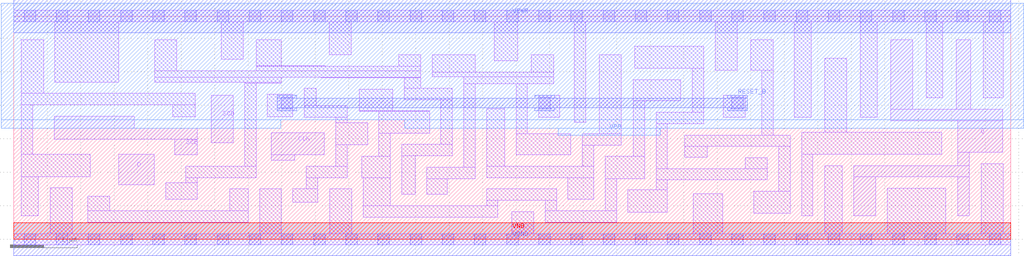
<source format=lef>
# Copyright 2020 The SkyWater PDK Authors
#
# Licensed under the Apache License, Version 2.0 (the "License");
# you may not use this file except in compliance with the License.
# You may obtain a copy of the License at
#
#     https://www.apache.org/licenses/LICENSE-2.0
#
# Unless required by applicable law or agreed to in writing, software
# distributed under the License is distributed on an "AS IS" BASIS,
# WITHOUT WARRANTIES OR CONDITIONS OF ANY KIND, either express or implied.
# See the License for the specific language governing permissions and
# limitations under the License.
#
# SPDX-License-Identifier: Apache-2.0

VERSION 5.7 ;
  NOWIREEXTENSIONATPIN ON ;
  DIVIDERCHAR "/" ;
  BUSBITCHARS "[]" ;
MACRO sky130_fd_sc_ls__sdfrtp_4
  CLASS CORE ;
  FOREIGN sky130_fd_sc_ls__sdfrtp_4 ;
  ORIGIN  0.000000  0.000000 ;
  SIZE  14.88000 BY  3.330000 ;
  SYMMETRY X Y R90 ;
  SITE unit ;
  PIN D
    ANTENNAGATEAREA  0.159000 ;
    DIRECTION INPUT ;
    USE SIGNAL ;
    PORT
      LAYER li1 ;
        RECT 1.565000 0.810000 2.100000 1.265000 ;
    END
  END D
  PIN Q
    ANTENNADIFFAREA  1.086400 ;
    DIRECTION OUTPUT ;
    USE SIGNAL ;
    PORT
      LAYER li1 ;
        RECT 12.535000 0.350000 12.865000 0.930000 ;
        RECT 12.535000 0.930000 14.255000 1.100000 ;
        RECT 13.085000 1.770000 14.755000 1.940000 ;
        RECT 13.085000 1.940000 13.415000 2.980000 ;
        RECT 14.065000 1.940000 14.280000 2.980000 ;
        RECT 14.085000 0.350000 14.255000 0.930000 ;
        RECT 14.085000 1.100000 14.255000 1.300000 ;
        RECT 14.085000 1.300000 14.755000 1.770000 ;
    END
  END Q
  PIN RESET_B
    ANTENNAGATEAREA  0.411000 ;
    DIRECTION INPUT ;
    USE SIGNAL ;
    PORT
      LAYER met1 ;
        RECT  3.935000 1.920000  4.225000 1.965000 ;
        RECT  3.935000 1.965000 10.945000 2.105000 ;
        RECT  3.935000 2.105000  4.225000 2.150000 ;
        RECT  7.775000 1.920000  8.065000 1.965000 ;
        RECT  7.775000 2.105000  8.065000 2.150000 ;
        RECT 10.655000 1.920000 10.945000 1.965000 ;
        RECT 10.655000 2.105000 10.945000 2.150000 ;
    END
  END RESET_B
  PIN SCD
    ANTENNAGATEAREA  0.159000 ;
    DIRECTION INPUT ;
    USE SIGNAL ;
    PORT
      LAYER li1 ;
        RECT 2.945000 1.440000 3.275000 2.150000 ;
    END
  END SCD
  PIN SCE
    ANTENNAGATEAREA  0.318000 ;
    DIRECTION INPUT ;
    USE SIGNAL ;
    PORT
      LAYER li1 ;
        RECT 0.605000 1.490000 2.735000 1.660000 ;
        RECT 0.605000 1.660000 1.795000 1.835000 ;
        RECT 2.405000 1.260000 2.735000 1.490000 ;
    END
  END SCE
  PIN VNB
    PORT
      LAYER pwell ;
        RECT 0.000000 0.000000 14.880000 0.245000 ;
    END
  END VNB
  PIN VPB
    PORT
      LAYER nwell ;
        RECT -0.190000 1.660000  3.985000 1.780000 ;
        RECT -0.190000 1.780000 15.070000 3.520000 ;
        RECT  5.835000 1.660000 15.070000 1.780000 ;
        RECT  8.125000 1.555000  9.645000 1.660000 ;
    END
  END VPB
  PIN CLK
    ANTENNAGATEAREA  0.261000 ;
    DIRECTION INPUT ;
    USE CLOCK ;
    PORT
      LAYER li1 ;
        RECT 3.840000 1.180000 4.195000 1.260000 ;
        RECT 3.840000 1.260000 4.635000 1.590000 ;
    END
  END CLK
  PIN VGND
    DIRECTION INOUT ;
    SHAPE ABUTMENT ;
    USE GROUND ;
    PORT
      LAYER met1 ;
        RECT 0.000000 -0.245000 14.880000 0.245000 ;
    END
  END VGND
  PIN VPWR
    DIRECTION INOUT ;
    SHAPE ABUTMENT ;
    USE POWER ;
    PORT
      LAYER met1 ;
        RECT 0.000000 3.085000 14.880000 3.575000 ;
    END
  END VPWR
  OBS
    LAYER li1 ;
      RECT  0.000000 -0.085000 14.880000 0.085000 ;
      RECT  0.000000  3.245000 14.880000 3.415000 ;
      RECT  0.115000  0.350000  0.365000 0.935000 ;
      RECT  0.115000  0.935000  1.140000 1.265000 ;
      RECT  0.115000  1.265000  0.285000 2.005000 ;
      RECT  0.115000  2.005000  2.705000 2.175000 ;
      RECT  0.115000  2.175000  0.445000 2.980000 ;
      RECT  0.545000  0.085000  0.875000 0.765000 ;
      RECT  0.615000  2.345000  1.565000 3.245000 ;
      RECT  1.105000  0.255000  3.500000 0.425000 ;
      RECT  1.105000  0.425000  1.435000 0.640000 ;
      RECT  2.105000  2.345000  3.995000 2.420000 ;
      RECT  2.105000  2.420000  6.075000 2.515000 ;
      RECT  2.105000  2.515000  2.435000 2.980000 ;
      RECT  2.270000  0.595000  2.735000 0.845000 ;
      RECT  2.375000  1.830000  2.705000 2.005000 ;
      RECT  2.565000  0.845000  2.735000 0.920000 ;
      RECT  2.565000  0.920000  3.615000 1.090000 ;
      RECT  3.095000  2.685000  3.425000 3.245000 ;
      RECT  3.225000  0.425000  3.500000 0.750000 ;
      RECT  3.445000  1.090000  3.615000 2.330000 ;
      RECT  3.445000  2.330000  3.995000 2.345000 ;
      RECT  3.615000  2.515000  6.075000 2.580000 ;
      RECT  3.615000  2.580000  4.645000 2.590000 ;
      RECT  3.615000  2.590000  3.995000 2.980000 ;
      RECT  3.670000  0.085000  3.995000 0.750000 ;
      RECT  3.785000  1.830000  4.165000 2.160000 ;
      RECT  4.165000  0.550000  4.535000 0.750000 ;
      RECT  4.335000  1.820000  4.975000 1.990000 ;
      RECT  4.335000  1.990000  4.515000 2.250000 ;
      RECT  4.365000  0.750000  4.535000 0.920000 ;
      RECT  4.365000  0.920000  4.975000 1.090000 ;
      RECT  4.580000  2.410000  6.075000 2.420000 ;
      RECT  4.705000  2.750000  5.035000 3.245000 ;
      RECT  4.715000  0.085000  5.045000 0.750000 ;
      RECT  4.805000  1.090000  4.975000 1.410000 ;
      RECT  4.805000  1.410000  5.280000 1.740000 ;
      RECT  4.805000  1.740000  4.975000 1.820000 ;
      RECT  5.155000  1.910000  6.205000 1.915000 ;
      RECT  5.155000  1.915000  5.655000 2.240000 ;
      RECT  5.195000  0.920000  5.620000 1.240000 ;
      RECT  5.215000  0.330000  7.225000 0.500000 ;
      RECT  5.215000  0.500000  5.620000 0.920000 ;
      RECT  5.450000  1.240000  5.620000 1.585000 ;
      RECT  5.450000  1.585000  6.205000 1.910000 ;
      RECT  5.745000  2.580000  6.075000 2.755000 ;
      RECT  5.790000  0.670000  5.990000 1.245000 ;
      RECT  5.790000  1.245000  6.545000 1.415000 ;
      RECT  5.825000  2.085000  6.545000 2.255000 ;
      RECT  5.825000  2.255000  6.075000 2.410000 ;
      RECT  6.160000  0.670000  6.470000 0.905000 ;
      RECT  6.160000  0.905000  6.885000 1.075000 ;
      RECT  6.245000  2.425000  8.055000 2.490000 ;
      RECT  6.245000  2.490000  6.885000 2.755000 ;
      RECT  6.375000  1.415000  6.545000 2.085000 ;
      RECT  6.715000  1.075000  6.885000 2.320000 ;
      RECT  6.715000  2.320000  8.055000 2.425000 ;
      RECT  7.055000  0.500000  7.225000 0.580000 ;
      RECT  7.055000  0.580000  8.100000 0.750000 ;
      RECT  7.055000  0.920000  8.655000 1.090000 ;
      RECT  7.055000  1.090000  7.325000 1.945000 ;
      RECT  7.170000  2.660000  7.520000 3.245000 ;
      RECT  7.430000  0.085000  7.760000 0.410000 ;
      RECT  7.495000  1.260000  8.315000 1.575000 ;
      RECT  7.495000  1.575000  7.665000 2.320000 ;
      RECT  7.725000  2.490000  8.055000 2.755000 ;
      RECT  7.835000  1.820000  8.145000 2.150000 ;
      RECT  7.930000  0.255000  8.995000 0.425000 ;
      RECT  7.930000  0.425000  8.100000 0.580000 ;
      RECT  8.270000  0.595000  8.655000 0.920000 ;
      RECT  8.365000  1.745000  8.535000 3.245000 ;
      RECT  8.485000  1.090000  8.655000 1.405000 ;
      RECT  8.485000  1.405000  9.065000 1.575000 ;
      RECT  8.735000  1.575000  9.065000 2.755000 ;
      RECT  8.825000  0.425000  8.995000 0.905000 ;
      RECT  8.825000  0.905000  9.415000 1.235000 ;
      RECT  9.165000  0.405000  9.755000 0.735000 ;
      RECT  9.245000  1.235000  9.415000 2.065000 ;
      RECT  9.245000  2.065000  9.955000 2.380000 ;
      RECT  9.270000  2.550000 10.295000 2.880000 ;
      RECT  9.585000  0.735000  9.755000 0.885000 ;
      RECT  9.585000  0.885000 11.245000 1.055000 ;
      RECT  9.585000  1.055000  9.755000 1.725000 ;
      RECT  9.585000  1.725000 10.295000 1.895000 ;
      RECT 10.015000  1.225000 10.345000 1.385000 ;
      RECT 10.015000  1.385000 11.585000 1.555000 ;
      RECT 10.125000  1.895000 10.295000 2.550000 ;
      RECT 10.140000  0.085000 10.580000 0.680000 ;
      RECT 10.465000  2.520000 10.795000 3.245000 ;
      RECT 10.585000  1.820000 10.915000 2.150000 ;
      RECT 10.915000  1.055000 11.245000 1.215000 ;
      RECT 11.000000  2.520000 11.330000 2.980000 ;
      RECT 11.040000  0.385000 11.585000 0.715000 ;
      RECT 11.160000  1.555000 11.330000 2.520000 ;
      RECT 11.415000  0.715000 11.585000 1.385000 ;
      RECT 11.650000  1.820000 11.900000 3.245000 ;
      RECT 11.755000  0.350000 11.925000 1.270000 ;
      RECT 11.755000  1.270000 13.850000 1.600000 ;
      RECT 12.100000  1.600000 12.430000 2.700000 ;
      RECT 12.105000  0.085000 12.365000 1.100000 ;
      RECT 12.635000  1.820000 12.885000 3.245000 ;
      RECT 13.035000  0.085000 13.905000 0.760000 ;
      RECT 13.615000  2.110000 13.865000 3.245000 ;
      RECT 14.435000  0.085000 14.765000 1.130000 ;
      RECT 14.470000  2.110000 14.765000 3.245000 ;
    LAYER mcon ;
      RECT  0.155000 -0.085000  0.325000 0.085000 ;
      RECT  0.155000  3.245000  0.325000 3.415000 ;
      RECT  0.635000 -0.085000  0.805000 0.085000 ;
      RECT  0.635000  3.245000  0.805000 3.415000 ;
      RECT  1.115000 -0.085000  1.285000 0.085000 ;
      RECT  1.115000  3.245000  1.285000 3.415000 ;
      RECT  1.595000 -0.085000  1.765000 0.085000 ;
      RECT  1.595000  3.245000  1.765000 3.415000 ;
      RECT  2.075000 -0.085000  2.245000 0.085000 ;
      RECT  2.075000  3.245000  2.245000 3.415000 ;
      RECT  2.555000 -0.085000  2.725000 0.085000 ;
      RECT  2.555000  3.245000  2.725000 3.415000 ;
      RECT  3.035000 -0.085000  3.205000 0.085000 ;
      RECT  3.035000  3.245000  3.205000 3.415000 ;
      RECT  3.515000 -0.085000  3.685000 0.085000 ;
      RECT  3.515000  3.245000  3.685000 3.415000 ;
      RECT  3.995000 -0.085000  4.165000 0.085000 ;
      RECT  3.995000  1.950000  4.165000 2.120000 ;
      RECT  3.995000  3.245000  4.165000 3.415000 ;
      RECT  4.475000 -0.085000  4.645000 0.085000 ;
      RECT  4.475000  3.245000  4.645000 3.415000 ;
      RECT  4.955000 -0.085000  5.125000 0.085000 ;
      RECT  4.955000  3.245000  5.125000 3.415000 ;
      RECT  5.435000 -0.085000  5.605000 0.085000 ;
      RECT  5.435000  3.245000  5.605000 3.415000 ;
      RECT  5.915000 -0.085000  6.085000 0.085000 ;
      RECT  5.915000  3.245000  6.085000 3.415000 ;
      RECT  6.395000 -0.085000  6.565000 0.085000 ;
      RECT  6.395000  3.245000  6.565000 3.415000 ;
      RECT  6.875000 -0.085000  7.045000 0.085000 ;
      RECT  6.875000  3.245000  7.045000 3.415000 ;
      RECT  7.355000 -0.085000  7.525000 0.085000 ;
      RECT  7.355000  3.245000  7.525000 3.415000 ;
      RECT  7.835000 -0.085000  8.005000 0.085000 ;
      RECT  7.835000  1.950000  8.005000 2.120000 ;
      RECT  7.835000  3.245000  8.005000 3.415000 ;
      RECT  8.315000 -0.085000  8.485000 0.085000 ;
      RECT  8.315000  3.245000  8.485000 3.415000 ;
      RECT  8.795000 -0.085000  8.965000 0.085000 ;
      RECT  8.795000  3.245000  8.965000 3.415000 ;
      RECT  9.275000 -0.085000  9.445000 0.085000 ;
      RECT  9.275000  3.245000  9.445000 3.415000 ;
      RECT  9.755000 -0.085000  9.925000 0.085000 ;
      RECT  9.755000  3.245000  9.925000 3.415000 ;
      RECT 10.235000 -0.085000 10.405000 0.085000 ;
      RECT 10.235000  3.245000 10.405000 3.415000 ;
      RECT 10.715000 -0.085000 10.885000 0.085000 ;
      RECT 10.715000  1.950000 10.885000 2.120000 ;
      RECT 10.715000  3.245000 10.885000 3.415000 ;
      RECT 11.195000 -0.085000 11.365000 0.085000 ;
      RECT 11.195000  3.245000 11.365000 3.415000 ;
      RECT 11.675000 -0.085000 11.845000 0.085000 ;
      RECT 11.675000  3.245000 11.845000 3.415000 ;
      RECT 12.155000 -0.085000 12.325000 0.085000 ;
      RECT 12.155000  3.245000 12.325000 3.415000 ;
      RECT 12.635000 -0.085000 12.805000 0.085000 ;
      RECT 12.635000  3.245000 12.805000 3.415000 ;
      RECT 13.115000 -0.085000 13.285000 0.085000 ;
      RECT 13.115000  3.245000 13.285000 3.415000 ;
      RECT 13.595000 -0.085000 13.765000 0.085000 ;
      RECT 13.595000  3.245000 13.765000 3.415000 ;
      RECT 14.075000 -0.085000 14.245000 0.085000 ;
      RECT 14.075000  3.245000 14.245000 3.415000 ;
      RECT 14.555000 -0.085000 14.725000 0.085000 ;
      RECT 14.555000  3.245000 14.725000 3.415000 ;
  END
END sky130_fd_sc_ls__sdfrtp_4
END LIBRARY

</source>
